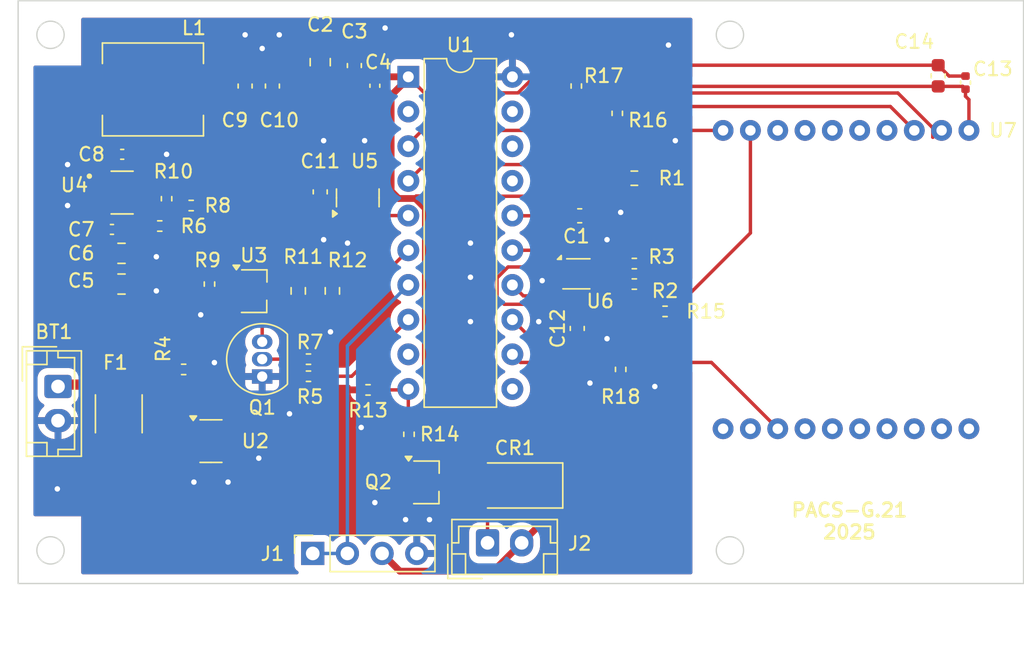
<source format=kicad_pcb>
(kicad_pcb (version 20240108) (generator "pcbnew") (generator_version "8.0")
  (layers (0 "F.Cu" signal) (31 "B.Cu" signal) (34 "B.Paste" user) (35 "F.Paste" user) (36 "B.SilkS" user "B.Silkscreen") (37 "F.SilkS" user "F.Silkscreen") (38 "B.Mask" user) (39 "F.Mask" user) (44 "Edge.Cuts" user))
  (net 0 "")
  (net 1 "GND")
  (net 2 "Net-(U1-~{RST}{slash}NMI{slash}SBWTDIO)")
  (net 3 "+3.3V")
  (net 4 "Net-(U2-VDD)")
  (net 5 "Net-(U4-SW)")
  (net 6 "Net-(U4-VBST)")
  (net 7 "Net-(J2-Pin_1)")
  (net 8 "Net-(BT1-+)")
  (net 9 "Net-(Q1-B)")
  (net 10 "Net-(Q1-C)")
  (net 11 "Net-(Q2-Pad1)")
  (net 12 "/Sensors/SCL")
  (net 13 "/Sensors/SDA")
  (net 14 "Net-(U2-OUT)")
  (net 15 "/Power/VD_ON{slash}OFF")
  (net 16 "Net-(U4-EN)")
  (net 17 "Net-(U4-VFB)")
  (net 18 "Net-(R11-Pad1)")
  (net 19 "/Power/A_Voltage")
  (net 20 "/Actuators/PWM_Pump")
  (net 21 "/Zigbee Module/SLEEP_RQ")
  (net 22 "/Zigbee Module/Rx")
  (net 23 "/Zigbee Module/Tx")
  (net 24 "/Zigbee Module/Sleep_Indicator")
  (net 25 "/Sensors/A_Temp")
  (net 26 "/Sensors/A_Water")
  (footprint "Package_TO_SOT_THT:TO-92_Inline" (layer "F.Cu") (at 161 96.27 90)
    (property "Reference" "Q1" (at -2.27 0 0) (layer "F.SilkS") (effects (font (thickness 0.153))))
    (property "Value" "PN2222A")
    (pad "1" thru_hole rect (at 0 0 90) (size 1.05 1.5) (drill 0.75) (layers "*.Cu" "*.Mask") (net 1 "GND"))
    (pad "2" thru_hole oval (at 1.27 0 90) (size 1.05 1.5) (drill 0.75) (layers "*.Cu" "*.Mask") (net 9 "Net-(Q1-B)"))
    (pad "3" thru_hole oval (at 2.54 0 90) (size 1.05 1.5) (drill 0.75) (layers "*.Cu" "*.Mask") (net 10 "Net-(Q1-C)"))
  )
  (footprint "Capacitor_SMD:C_0402_1005Metric" (layer "F.Cu") (at 150 85.5)
    (property "Reference" "C7" (at -2.25 0 360) (layer "F.SilkS") (effects (font (thickness 0.153))))
    (property "Value" "0.1uF")
    (pad "1" smd roundrect (at -0.48 0) (size 0.56 0.62) (layers "F.Cu" "F.Paste" "F.Mask") (net 4 "Net-(U2-VDD)"))
    (pad "2" smd roundrect (at 0.48 0) (size 0.56 0.62) (layers "F.Cu" "F.Paste" "F.Mask") (net 1 "GND"))
  )
  (footprint "Resistor_SMD:R_0402_1005Metric" (layer "F.Cu") (at 168.75 97.25)
    (property "Reference" "R13" (at 0 1.5 0) (layer "F.SilkS") (effects (font (thickness 0.153))))
    (property "Value" "10k")
    (pad "1" smd roundrect (at -0.51 0) (size 0.54 0.64) (layers "F.Cu" "F.Paste" "F.Mask") (net 1 "GND"))
    (pad "2" smd roundrect (at 0.51 0) (size 0.54 0.64) (layers "F.Cu" "F.Paste" "F.Mask") (net 20 "/Actuators/PWM_Pump"))
  )
  (footprint "Resistor_SMD:R_0402_1005Metric" (layer "F.Cu") (at 190.5 91.5)
    (property "Reference" "R15" (at 3 0 360) (layer "F.SilkS") (effects (font (thickness 0.153))))
    (property "Value" "2.2k")
    (pad "1" smd roundrect (at -0.51 0) (size 0.54 0.64) (layers "F.Cu" "F.Paste" "F.Mask") (net 3 "+3.3V"))
    (pad "2" smd roundrect (at 0.51 0) (size 0.54 0.64) (layers "F.Cu" "F.Paste" "F.Mask") (net 21 "/Zigbee Module/SLEEP_RQ"))
  )
  (footprint "Package_DIP:DIP-20_W7.62mm" (layer "F.Cu") (at 171.7 74.325)
    (property "Reference" "U1" (at 3.81 -2.33 0) (layer "F.SilkS") (effects (font (thickness 0.153))))
    (property "Value" "MSP430G2553IN20")
    (pad "1" thru_hole rect (at 0 0) (size 1.6 1.6) (drill 0.8) (layers "*.Cu" "*.Mask") (net 3 "+3.3V"))
    (pad "2" thru_hole oval (at 0 2.54) (size 1.6 1.6) (drill 0.8) (layers "*.Cu" "*.Mask"))
    (pad "3" thru_hole oval (at 0 5.08) (size 1.6 1.6) (drill 0.8) (layers "*.Cu" "*.Mask") (net 23 "/Zigbee Module/Tx"))
    (pad "4" thru_hole oval (at 0 7.62) (size 1.6 1.6) (drill 0.8) (layers "*.Cu" "*.Mask") (net 22 "/Zigbee Module/Rx"))
    (pad "5" thru_hole oval (at 0 10.16) (size 1.6 1.6) (drill 0.8) (layers "*.Cu" "*.Mask") (net 25 "/Sensors/A_Temp"))
    (pad "6" thru_hole oval (at 0 12.7) (size 1.6 1.6) (drill 0.8) (layers "*.Cu" "*.Mask") (net 19 "/Power/A_Voltage"))
    (pad "7" thru_hole oval (at 0 15.24) (size 1.6 1.6) (drill 0.8) (layers "*.Cu" "*.Mask") (net 26 "/Sensors/A_Water"))
    (pad "8" thru_hole oval (at 0 17.78) (size 1.6 1.6) (drill 0.8) (layers "*.Cu" "*.Mask") (net 15 "/Power/VD_ON{slash}OFF"))
    (pad "9" thru_hole oval (at 0 20.32) (size 1.6 1.6) (drill 0.8) (layers "*.Cu" "*.Mask"))
    (pad "10" thru_hole oval (at 0 22.86) (size 1.6 1.6) (drill 0.8) (layers "*.Cu" "*.Mask") (net 20 "/Actuators/PWM_Pump"))
    (pad "11" thru_hole oval (at 7.62 22.86) (size 1.6 1.6) (drill 0.8) (layers "*.Cu" "*.Mask"))
    (pad "12" thru_hole oval (at 7.62 20.32) (size 1.6 1.6) (drill 0.8) (layers "*.Cu" "*.Mask") (net 24 "/Zigbee Module/Sleep_Indicator"))
    (pad "13" thru_hole oval (at 7.62 17.78) (size 1.6 1.6) (drill 0.8) (layers "*.Cu" "*.Mask") (net 21 "/Zigbee Module/SLEEP_RQ"))
    (pad "14" thru_hole oval (at 7.62 15.24) (size 1.6 1.6) (drill 0.8) (layers "*.Cu" "*.Mask") (net 12 "/Sensors/SCL"))
    (pad "15" thru_hole oval (at 7.62 12.7) (size 1.6 1.6) (drill 0.8) (layers "*.Cu" "*.Mask") (net 13 "/Sensors/SDA"))
    (pad "16" thru_hole oval (at 7.62 10.16) (size 1.6 1.6) (drill 0.8) (layers "*.Cu" "*.Mask") (net 2 "Net-(U1-~{RST}{slash}NMI{slash}SBWTDIO)"))
    (pad "17" thru_hole oval (at 7.62 7.62) (size 1.6 1.6) (drill 0.8) (layers "*.Cu" "*.Mask"))
    (pad "18" thru_hole oval (at 7.62 5.08) (size 1.6 1.6) (drill 0.8) (layers "*.Cu" "*.Mask"))
    (pad "19" thru_hole oval (at 7.62 2.54) (size 1.6 1.6) (drill 0.8) (layers "*.Cu" "*.Mask"))
    (pad "20" thru_hole oval (at 7.62 0) (size 1.6 1.6) (drill 0.8) (layers "*.Cu" "*.Mask") (net 1 "GND"))
  )
  (footprint "Resistor_SMD:R_0603_1608Metric" (layer "F.Cu") (at 188.25 81.75 180)
    (property "Reference" "R1" (at -2.75 0 0) (layer "F.SilkS") (effects (font (thickness 0.153))))
    (property "Value" "47k")
    (pad "1" smd roundrect (at -0.825 0 180) (size 0.8 0.95) (layers "F.Cu" "F.Paste" "F.Mask") (net 3 "+3.3V"))
    (pad "2" smd roundrect (at 0.825 0 180) (size 0.8 0.95) (layers "F.Cu" "F.Paste" "F.Mask") (net 2 "Net-(U1-~{RST}{slash}NMI{slash}SBWTDIO)"))
  )
  (footprint "Package_TO_SOT_SMD:SOT-23" (layer "F.Cu") (at 168 83.1875 90)
    (property "Reference" "U5" (at 2.6875 0.5 180) (layer "F.SilkS") (effects (font (thickness 0.153))))
    (property "Value" "MCP9700Ax-ETT")
    (pad "1" smd roundrect (at -0.9375 -0.95 90) (size 1.475 0.6) (layers "F.Cu" "F.Paste" "F.Mask") (net 3 "+3.3V"))
    (pad "2" smd roundrect (at -0.9375 0.95 90) (size 1.475 0.6) (layers "F.Cu" "F.Paste" "F.Mask") (net 25 "/Sensors/A_Temp"))
    (pad "3" smd roundrect (at 0.9375 0 90) (size 1.475 0.6) (layers "F.Cu" "F.Paste" "F.Mask") (net 1 "GND"))
  )
  (footprint "Resistor_SMD:R_0402_1005Metric" (layer "F.Cu") (at 171.75 100.5 -90)
    (property "Reference" "R14" (at 0 -2.25 180) (layer "F.SilkS") (effects (font (thickness 0.153))))
    (property "Value" "1k")
    (pad "1" smd roundrect (at -0.51 0 270) (size 0.54 0.64) (layers "F.Cu" "F.Paste" "F.Mask") (net 20 "/Actuators/PWM_Pump"))
    (pad "2" smd roundrect (at 0.51 0 270) (size 0.54 0.64) (layers "F.Cu" "F.Paste" "F.Mask") (net 11 "Net-(Q2-Pad1)"))
  )
  (footprint "Capacitor_SMD:C_0603_1608Metric" (layer "F.Cu") (at 167.75 73.5 90)
    (property "Reference" "C3" (at 2.5 0 360) (layer "F.SilkS") (effects (font (thickness 0.153))))
    (property "Value" "1uF")
    (pad "1" smd roundrect (at -0.775 0 90) (size 0.9 0.95) (layers "F.Cu" "F.Paste" "F.Mask") (net 3 "+3.3V"))
    (pad "2" smd roundrect (at 0.775 0 90) (size 0.9 0.95) (layers "F.Cu" "F.Paste" "F.Mask") (net 1 "GND"))
  )
  (footprint "OptoDevice:Lite-On_LTR-303ALS-01" (layer "F.Cu") (at 184 88.75)
    (property "Reference" "U6" (at 1.75 2 360) (layer "F.SilkS") (effects (font (thickness 0.153))))
    (property "Value" "LTR-303ALS-01")
    (pad "1" smd roundrect (at -0.9 -0.65) (size 0.65 0.3) (layers "F.Cu" "F.Paste" "F.Mask") (net 3 "+3.3V"))
    (pad "2" smd roundrect (at -0.9 0) (size 0.65 0.3) (layers "F.Cu" "F.Paste" "F.Mask"))
    (pad "3" smd roundrect (at -0.9 0.65) (size 0.65 0.3) (layers "F.Cu" "F.Paste" "F.Mask") (net 1 "GND"))
    (pad "4" smd roundrect (at 0.9 0.65) (size 0.65 0.3) (layers "F.Cu" "F.Paste" "F.Mask") (net 12 "/Sensors/SCL"))
    (pad "5" smd roundrect (at 0.9 0) (size 0.65 0.3) (layers "F.Cu" "F.Paste" "F.Mask") (net 1 "GND"))
    (pad "6" smd roundrect (at 0.9 -0.65) (size 0.65 0.3) (layers "F.Cu" "F.Paste" "F.Mask") (net 13 "/Sensors/SDA"))
  )
  (footprint "Resistor_SMD:R_0402_1005Metric" (layer "F.Cu") (at 153.5 85.25 180)
    (property "Reference" "R6" (at -2.5 0 360) (layer "F.SilkS") (effects (font (thickness 0.153))))
    (property "Value" "10k")
    (pad "1" smd roundrect (at -0.51 0 180) (size 0.54 0.64) (layers "F.Cu" "F.Paste" "F.Mask") (net 14 "Net-(U2-OUT)"))
    (pad "2" smd roundrect (at 0.51 0 180) (size 0.54 0.64) (layers "F.Cu" "F.Paste" "F.Mask") (net 16 "Net-(U4-EN)"))
  )
  (footprint "Capacitor_SMD:C_0805_2012Metric" (layer "F.Cu") (at 150.7 87.25)
    (property "Reference" "C6" (at -2.95 0 360) (layer "F.SilkS") (effects (font (thickness 0.153))))
    (property "Value" "10uF")
    (pad "1" smd roundrect (at -0.95 0) (size 1 1.45) (layers "F.Cu" "F.Paste" "F.Mask") (net 4 "Net-(U2-VDD)"))
    (pad "2" smd roundrect (at 0.95 0) (size 1 1.45) (layers "F.Cu" "F.Paste" "F.Mask") (net 1 "GND"))
  )
  (footprint "Connector_PinSocket_2.54mm:PinSocket_1x04_P2.54mm_Vertical" (layer "F.Cu") (at 164.7 109.225 90)
    (property "Reference" "J1" (at -0.025 -2.95 180) (layer "F.SilkS") (effects (font (thickness 0.153))))
    (property "Value" "Conn_01x04_Socket")
    (pad "1" thru_hole rect (at 0 0 90) (size 1.7 1.7) (drill 1) (layers "*.Cu" "*.Mask") (net 26 "/Sensors/A_Water"))
    (pad "2" thru_hole oval (at 0 2.54 90) (size 1.7 1.7) (drill 1) (layers "*.Cu" "*.Mask") (net 26 "/Sensors/A_Water"))
    (pad "3" thru_hole oval (at 0 5.08 90) (size 1.7 1.7) (drill 1) (layers "*.Cu" "*.Mask") (net 3 "+3.3V"))
    (pad "4" thru_hole oval (at 0 7.62 90) (size 1.7 1.7) (drill 1) (layers "*.Cu" "*.Mask") (net 1 "GND"))
  )
  (footprint "Resistor_SMD:R_0402_1005Metric" (layer "F.Cu") (at 184 75 -90)
    (property "Reference" "R17" (at -0.75 -2 180) (layer "F.SilkS") (effects (font (thickness 0.153))))
    (property "Value" "2.2k")
    (pad "1" smd roundrect (at -0.51 0 270) (size 0.54 0.64) (layers "F.Cu" "F.Paste" "F.Mask") (net 3 "+3.3V"))
    (pad "2" smd roundrect (at 0.51 0 270) (size 0.54 0.64) (layers "F.Cu" "F.Paste" "F.Mask") (net 23 "/Zigbee Module/Tx"))
  )
  (footprint "Capacitor_SMD:C_0603_1608Metric" (layer "F.Cu") (at 184.25 84.5)
    (property "Reference" "C1" (at -0.25 1.5 0) (layer "F.SilkS") (effects (font (thickness 0.153))))
    (property "Value" "1uF")
    (pad "1" smd roundrect (at -0.775 0) (size 0.9 0.95) (layers "F.Cu" "F.Paste" "F.Mask") (net 2 "Net-(U1-~{RST}{slash}NMI{slash}SBWTDIO)"))
    (pad "2" smd roundrect (at 0.775 0) (size 0.9 0.95) (layers "F.Cu" "F.Paste" "F.Mask") (net 1 "GND"))
  )
  (footprint "Capacitor_SMD:C_0603_1608Metric" (layer "F.Cu") (at 165.25 82.75 -90)
    (property "Reference" "C11" (at -2.25 0 180) (layer "F.SilkS") (effects (font (thickness 0.153))))
    (property "Value" "1uF")
    (pad "1" smd roundrect (at -0.775 0 270) (size 0.9 0.95) (layers "F.Cu" "F.Paste" "F.Mask") (net 1 "GND"))
    (pad "2" smd roundrect (at 0.775 0 270) (size 0.9 0.95) (layers "F.Cu" "F.Paste" "F.Mask") (net 3 "+3.3V"))
  )
  (footprint "Resistor_SMD:R_0402_1005Metric" (layer "F.Cu") (at 155.25 95.75 180)
    (property "Reference" "R4" (at 1.5 1.5 90) (layer "F.SilkS") (effects (font (thickness 0.153))))
    (property "Value" "100k")
    (pad "1" smd roundrect (at -0.51 0 180) (size 0.54 0.64) (layers "F.Cu" "F.Paste" "F.Mask") (net 4 "Net-(U2-VDD)"))
    (pad "2" smd roundrect (at 0.51 0 180) (size 0.54 0.64) (layers "F.Cu" "F.Paste" "F.Mask") (net 14 "Net-(U2-OUT)"))
  )
  (footprint "Connector_JST:JST_EH_B2B-EH-A_1x02_P2.50mm_Vertical" (layer "F.Cu") (at 146.05 97 -90)
    (property "Reference" "BT1" (at -4 0.3 360) (layer "F.SilkS") (effects (font (thickness 0.153))))
    (property "Value" "6V")
    (pad "1" thru_hole roundrect (at 0 0 270) (size 1.7 2) (drill 1) (layers "*.Cu" "*.Mask") (roundrect_rratio 0.147059) (net 8 "Net-(BT1-+)"))
    (pad "2" thru_hole oval (at 2.5 0 270) (size 1.7 2) (drill 1) (layers "*.Cu" "*.Mask") (net 1 "GND"))
  )
  (footprint "Package_TO_SOT_SMD:TSOT-23" (layer "F.Cu") (at 160.39 90)
    (property "Reference" "U3" (at 0 -2.6 360) (layer "F.SilkS") (effects (font (thickness 0.153))))
    (property "Value" "BSS84PH6327XTSA2")
    (pad "1" smd roundrect (at -1.31 -0.95) (size 1.22 0.65) (layers "F.Cu" "F.Paste" "F.Mask") (net 10 "Net-(Q1-C)"))
    (pad "2" smd roundrect (at -1.31 0.95) (size 1.22 0.65) (layers "F.Cu" "F.Paste" "F.Mask") (net 4 "Net-(U2-VDD)"))
    (pad "3" smd roundrect (at 1.31 0) (size 1.22 0.65) (layers "F.Cu" "F.Paste" "F.Mask") (net 18 "Net-(R11-Pad1)"))
  )
  (footprint "Capacitor_SMD:C_0402_1005Metric" (layer "F.Cu") (at 150.75 80 180)
    (property "Reference" "C8" (at 2.25 0 180) (layer "F.SilkS") (effects (font (thickness 0.153))))
    (property "Value" "0.1uF")
    (pad "1" smd roundrect (at -0.48 0 180) (size 0.56 0.62) (layers "F.Cu" "F.Paste" "F.Mask") (net 6 "Net-(U4-VBST)"))
    (pad "2" smd roundrect (at 0.48 0 180) (size 0.56 0.62) (layers "F.Cu" "F.Paste" "F.Mask") (net 5 "Net-(U4-SW)"))
  )
  (footprint "Capacitor_SMD:C_0603_1608Metric" (layer "F.Cu") (at 184.07 92.75 90)
    (property "Reference" "C12" (at 0 -1.43 90) (layer "F.SilkS") (effects (font (thickness 0.153))))
    (property "Value" "1uF")
    (pad "1" smd roundrect (at -0.775 0 90) (size 0.9 0.95) (layers "F.Cu" "F.Paste" "F.Mask") (net 1 "GND"))
    (pad "2" smd roundrect (at 0.775 0 90) (size 0.9 0.95) (layers "F.Cu" "F.Paste" "F.Mask") (net 3 "+3.3V"))
  )
  (footprint "Resistor_SMD:R_0402_1005Metric" (layer "F.Cu") (at 187.25 95.75 -90)
    (property "Reference" "R18" (at 2 0 180) (layer "F.SilkS") (effects (font (thickness 0.153))))
    (property "Value" "2.2k")
    (pad "1" smd roundrect (at -0.51 0 270) (size 0.54 0.64) (layers "F.Cu" "F.Paste" "F.Mask") (net 24 "/Zigbee Module/Sleep_Indicator"))
    (pad "2" smd roundrect (at 0.51 0 270) (size 0.54 0.64) (layers "F.Cu" "F.Paste" "F.Mask") (net 1 "GND"))
  )
  (footprint "Capacitor_SMD:C_0603_1608Metric" (layer "F.Cu") (at 161.75 75 -90)
    (property "Reference" "C10" (at 2.5 -0.5 360) (layer "F.SilkS") (effects (font (thickness 0.153))))
    (property "Value" "22uF")
    (pad "1" smd roundrect (at -0.775 0 270) (size 0.9 0.95) (layers "F.Cu" "F.Paste" "F.Mask") (net 3 "+3.3V"))
    (pad "2" smd roundrect (at 0.775 0 270) (size 0.9 0.95) (layers "F.Cu" "F.Paste" "F.Mask") (net 1 "GND"))
  )
  (footprint "Diode_SMD:D_SMA" (layer "F.Cu") (at 179.5 104.25 180)
    (property "Reference" "CR1" (at 0 2.75 0) (layer "F.SilkS") (effects (font (thickness 0.153))))
    (property "Value" "GS1M-LTP")
    (pad "1" smd roundrect (at -2 0 180) (size 2.5 1.8) (layers "F.Cu" "F.Paste" "F.Mask") (roundrect_rratio 0.1388888889) (net 3 "+3.3V"))
    (pad "2" smd roundrect (at 2 0 180) (size 2.5 1.8) (layers "F.Cu" "F.Paste" "F.Mask") (roundrect_rratio 0.1388888889) (net 7 "Net-(J2-Pin_1)"))
  )
  (footprint "TPS562201DDCR:SOT95P280X110-6N" (layer "F.Cu") (at 150.745 82.8)
    (property "Reference" "U4" (at -3.495 -0.55 180) (layer "F.SilkS") (effects (font (thickness 0.153))))
    (property "Value" "TPS562201DDCR")
    (pad "1" smd roundrect (at -1.255 -0.95) (size 1.25 0.59) (layers "F.Cu" "F.Paste" "F.Mask") (roundrect_rratio 0.125) (net 1 "GND"))
    (pad "2" smd roundrect (at -1.255 0) (size 1.25 0.59) (layers "F.Cu" "F.Paste" "F.Mask") (roundrect_rratio 0.125) (net 5 "Net-(U4-SW)"))
    (pad "3" smd roundrect (at -1.255 0.95) (size 1.25 0.59) (layers "F.Cu" "F.Paste" "F.Mask") (roundrect_rratio 0.125) (net 4 "Net-(U2-VDD)"))
    (pad "4" smd roundrect (at 1.255 0.95) (size 1.25 0.59) (layers "F.Cu" "F.Paste" "F.Mask") (roundrect_rratio 0.125) (net 17 "Net-(U4-VFB)"))
    (pad "5" smd roundrect (at 1.255 0) (size 1.25 0.59) (layers "F.Cu" "F.Paste" "F.Mask") (roundrect_rratio 0.125) (net 16 "Net-(U4-EN)"))
    (pad "6" smd roundrect (at 1.255 -0.95) (size 1.25 0.59) (layers "F.Cu" "F.Paste" "F.Mask") (roundrect_rratio 0.125) (net 6 "Net-(U4-VBST)"))
  )
  (footprint "Capacitor_SMD:C_0603_1608Metric" (layer "F.Cu") (at 210.5 74.25 90)
    (property "Reference" "C14" (at 2.5 -1.75 180) (layer "F.SilkS") (effects (font (thickness 0.153))))
    (property "Value" "1uF")
    (pad "1" smd roundrect (at -0.775 0 90) (size 0.9 0.95) (layers "F.Cu" "F.Paste" "F.Mask") (net 3 "+3.3V"))
    (pad "2" smd roundrect (at 0.775 0 90) (size 0.9 0.95) (layers "F.Cu" "F.Paste" "F.Mask") (net 1 "GND"))
  )
  (footprint "Fuse:Fuse_1812_4532Metric" (layer "F.Cu") (at 150.5 99 -90)
    (property "Reference" "F1" (at -3.75 0.25 360) (layer "F.SilkS") (effects (font (thickness 0.153))))
    (property "Value" "0ZCG0050AF2C")
    (pad "1" smd roundrect (at -2.1375 0 270) (size 1.125 3.4) (layers "F.Cu" "F.Paste" "F.Mask") (roundrect_rratio 0.222222) (net 8 "Net-(BT1-+)"))
    (pad "2" smd roundrect (at 2.1375 0 270) (size 1.125 3.4) (layers "F.Cu" "F.Paste" "F.Mask") (roundrect_rratio 0.222222) (net 4 "Net-(U2-VDD)"))
  )
  (footprint "Capacitor_SMD:C_0603_1608Metric" (layer "F.Cu") (at 159.75 75 -90)
    (property "Reference" "C9" (at 2.5 0.75 360) (layer "F.SilkS") (effects (font (thickness 0.153))))
    (property "Value" "22uF")
    (pad "1" smd roundrect (at -0.775 0 270) (size 0.9 0.95) (layers "F.Cu" "F.Paste" "F.Mask") (net 3 "+3.3V"))
    (pad "2" smd roundrect (at 0.775 0 270) (size 0.9 0.95) (layers "F.Cu" "F.Paste" "F.Mask") (net 1 "GND"))
  )
  (footprint "Resistor_SMD:R_0402_1005Metric" (layer "F.Cu") (at 188.25 89.5 180)
    (property "Reference" "R2" (at -2.25 -0.5 0) (layer "F.SilkS") (effects (font (thickness 0.153))))
    (property "Value" "4.7k")
    (pad "1" smd roundrect (at -0.51 0 180) (size 0.54 0.64) (layers "F.Cu" "F.Paste" "F.Mask") (net 3 "+3.3V"))
    (pad "2" smd roundrect (at 0.51 0 180) (size 0.54 0.64) (layers "F.Cu" "F.Paste" "F.Mask") (net 12 "/Sensors/SCL"))
  )
  (footprint "Resistor_SMD:R_0603_1608Metric" (layer "F.Cu") (at 166.14 90 90)
    (property "Reference" "R12" (at 2.25 1.11 180) (layer "F.SilkS") (effects (font (thickness 0.153))))
    (property "Value" "5.76k")
    (pad "1" smd roundrect (at -0.825 0 90) (size 0.8 0.95) (layers "F.Cu" "F.Paste" "F.Mask") (net 19 "/Power/A_Voltage"))
    (pad "2" smd roundrect (at 0.825 0 90) (size 0.8 0.95) (layers "F.Cu" "F.Paste" "F.Mask") (net 1 "GND"))
  )
  (footprint "Resistor_SMD:R_0402_1005Metric" (layer "F.Cu") (at 157.14 89.5 90)
    (property "Reference" "R9" (at 1.75 -0.14 180) (layer "F.SilkS") (effects (font (thickness 0.153))))
    (property "Value" "10k")
    (pad "1" smd roundrect (at -0.51 0 90) (size 0.54 0.64) (layers "F.Cu" "F.Paste" "F.Mask") (net 4 "Net-(U2-VDD)"))
    (pad "2" smd roundrect (at 0.51 0 90) (size 0.54 0.64) (layers "F.Cu" "F.Paste" "F.Mask") (net 10 "Net-(Q1-C)"))
  )
  (footprint "Capacitor_SMD:C_0805_2012Metric" (layer "F.Cu") (at 150.7 89.5)
    (property "Reference" "C5" (at -2.95 -0.25 360) (layer "F.SilkS") (effects (font (thickness 0.153))))
    (property "Value" "10uF")
    (pad "1" smd roundrect (at -0.95 0) (size 1 1.45) (layers "F.Cu" "F.Paste" "F.Mask") (net 4 "Net-(U2-VDD)"))
    (pad "2" smd roundrect (at 0.95 0) (size 1 1.45) (layers "F.Cu" "F.Paste" "F.Mask") (net 1 "GND"))
  )
  (footprint "Capacitor_SMD:C_0402_1005Metric" (layer "F.Cu") (at 169.25 74.98 -90)
    (property "Reference" "C4" (at -1.73 -0.25 360) (layer "F.SilkS") (effects (font (thickness 0.153))))
    (property "Value" "0.1uF")
    (pad "1" smd roundrect (at -0.48 0 270) (size 0.56 0.62) (layers "F.Cu" "F.Paste" "F.Mask") (net 3 "+3.3V"))
    (pad "2" smd roundrect (at 0.48 0 270) (size 0.56 0.62) (layers "F.Cu" "F.Paste" "F.Mask") (net 1 "GND"))
  )
  (footprint "Resistor_SMD:R_0603_1608Metric" (layer "F.Cu") (at 163.64 90 90)
    (property "Reference" "R11" (at 2.5 0.36 180) (layer "F.SilkS") (effects (font (thickness 0.153))))
    (property "Value" "5.49k")
    (pad "1" smd roundrect (at -0.825 0 90) (size 0.8 0.95) (layers "F.Cu" "F.Paste" "F.Mask") (net 18 "Net-(R11-Pad1)"))
    (pad "2" smd roundrect (at 0.825 0 90) (size 0.8 0.95) (layers "F.Cu" "F.Paste" "F.Mask") (net 19 "/Power/A_Voltage"))
  )
  (footprint "Capacitor_SMD:C_0402_1005Metric" (layer "F.Cu") (at 212.5 74.75 90)
    (property "Reference" "C13" (at 1 2 180) (layer "F.SilkS") (effects (font (thickness 0.153))))
    (property "Value" "8.2pF")
    (pad "1" smd roundrect (at -0.48 0 90) (size 0.56 0.62) (layers "F.Cu" "F.Paste" "F.Mask") (net 3 "+3.3V"))
    (pad "2" smd roundrect (at 0.48 0 90) (size 0.56 0.62) (layers "F.Cu" "F.Paste" "F.Mask") (net 1 "GND"))
  )
  (footprint "Resistor_SMD:R_0402_1005Metric" (layer "F.Cu") (at 164.39 95)
    (property "Reference" "R7" (at 0.11 -1.25 180) (layer "F.SilkS") (effects (font (thickness 0.153))))
    (property "Value" "100k")
    (pad "1" smd roundrect (at -0.51 0) (size 0.54 0.64) (layers "F.Cu" "F.Paste" "F.Mask") (net 9 "Net-(Q1-B)"))
    (pad "2" smd roundrect (at 0.51 0) (size 0.54 0.64) (layers "F.Cu" "F.Paste" "F.Mask") (net 1 "GND"))
  )
  (footprint "Resistor_SMD:R_0402_1005Metric" (layer "F.Cu") (at 164.39 96.25 180)
    (property "Reference" "R5" (at -0.11 -1.5 0) (layer "F.SilkS") (effects (font (thickness 0.153))))
    (property "Value" "4.7k")
    (pad "1" smd roundrect (at -0.51 0 180) (size 0.54 0.64) (layers "F.Cu" "F.Paste" "F.Mask") (net 15 "/Power/VD_ON{slash}OFF"))
    (pad "2" smd roundrect (at 0.51 0 180) (size 0.54 0.64) (layers "F.Cu" "F.Paste" "F.Mask") (net 9 "Net-(Q1-B)"))
  )
  (footprint "Resistor_SMD:R_0402_1005Metric" (layer "F.Cu") (at 188.25 88 180)
    (property "Reference" "R3" (at -2 0.5 0) (layer "F.SilkS") (effects (font (thickness 0.153))))
    (property "Value" "4.7k")
    (pad "1" smd roundrect (at -0.51 0 180) (size 0.54 0.64) (layers "F.Cu" "F.Paste" "F.Mask") (net 3 "+3.3V"))
    (pad "2" smd roundrect (at 0.51 0 180) (size 0.54 0.64) (layers "F.Cu" "F.Paste" "F.Mask") (net 13 "/Sensors/SDA"))
  )
  (footprint "Connector_JST:JST_EH_B2B-EH-A_1x02_P2.50mm_Vertical" (layer "F.Cu") (at 177.5 108.45)
    (property "Reference" "J2" (at 6.75 0.05 0) (layer "F.SilkS") (effects (font (thickness 0.153))))
    (property "Value" "Conn_01x02_Pin")
    (pad "1" thru_hole roundrect (at 0 0) (size 1.7 2) (drill 1) (layers "*.Cu" "*.Mask") (roundrect_rratio 0.147059) (net 7 "Net-(J2-Pin_1)"))
    (pad "2" thru_hole oval (at 2.5 0) (size 1.7 2) (drill 1) (layers "*.Cu" "*.Mask") (net 3 "+3.3V"))
  )
  (footprint "Package_TO_SOT_SMD:TSOT-23" (layer "F.Cu") (at 173 104)
    (property "Reference" "Q2" (at -3.5 0 0) (layer "F.SilkS") (effects (font (thickness 0.153))))
    (property "Value" "~")
    (pad "1" smd roundrect (at -1.31 -0.95) (size 1.22 0.65) (layers "F.Cu" "F.Paste" "F.Mask") (net 11 "Net-(Q2-Pad1)"))
    (pad "2" smd roundrect (at -1.31 0.95) (size 1.22 0.65) (layers "F.Cu" "F.Paste" "F.Mask") (net 1 "GND"))
    (pad "3" smd roundrect (at 1.31 0) (size 1.22 0.65) (layers "F.Cu" "F.Paste" "F.Mask") (net 7 "Net-(J2-Pin_1)"))
  )
  (footprint "Capacitor_SMD:C_0805_2012Metric" (layer "F.Cu") (at 165.25 73.25 90)
    (property "Reference" "C2" (at 2.75 0 360) (layer "F.SilkS") (effects (font (thickness 0.153))))
    (property "Value" "10uF")
    (pad "1" smd roundrect (at -0.95 0 90) (size 1 1.45) (layers "F.Cu" "F.Paste" "F.Mask") (net 3 "+3.3V"))
    (pad "2" smd roundrect (at 0.95 0 90) (size 1 1.45) (layers "F.Cu" "F.Paste" "F.Mask") (net 1 "GND"))
  )
  (footprint "Inductor_SMD:L_Abracon_ASPI-0630LR" (layer "F.Cu") (at 153 75.25)
    (property "Reference" "L1" (at 3 -4.5 0) (layer "F.SilkS") (effects (font (thickness 0.153))))
    (property "Value" "3.3uH")
    (pad "1" smd roundrect (at -3.025 0) (size 2.35 3.4) (layers "F.Cu" "F.Paste" "F.Mask") (roundrect_rratio 0.1) (net 5 "Net-(U4-SW)"))
    (pad "2" smd roundrect (at 3.025 0) (size 2.35 3.4) (layers "F.Cu" "F.Paste" "F.Mask") (roundrect_rratio 0.1) (net 3 "+3.3V"))
  )
  (footprint "Resistor_SMD:R_0402_1005Metric" (layer "F.Cu") (at 155.8 83.75)
    (property "Reference" "R8" (at 1.95 0 360) (layer "F.SilkS") (effects (font (thickness 0.153))))
    (property "Value" "33.2k")
    (pad "1" smd roundrect (at -0.51 0) (size 0.54 0.64) (layers "F.Cu" "F.Paste" "F.Mask") (net 17 "Net-(U4-VFB)"))
    (pad "2" smd roundrect (at 0.51 0) (size 0.54 0.64) (layers "F.Cu" "F.Paste" "F.Mask") (net 3 "+3.3V"))
  )
  (footprint "RF_Module:XB24CZ7WIT-004" (layer "F.Cu") (at 203.734 69.106 -90)
    (property "Reference" "U7" (at 9.144 -11.516 0) (layer "F.SilkS") (effects (font (thickness 0.153))))
    (property "Value" "XB24CZ7WIT-004")
    (pad "1" thru_hole circle (at 9.144 -9.016 270) (size 1.524 1.524) (drill 0.762) (layers "*.Cu" "*.Mask") (net 3 "+3.3V"))
    (pad "2" thru_hole circle (at 9.144 -7.016 270) (size 1.524 1.524) (drill 0.762) (layers "*.Cu" "*.Mask") (net 23 "/Zigbee Module/Tx"))
    (pad "3" thru_hole circle (at 9.144 -5.016 270) (size 1.524 1.524) (drill 0.762) (layers "*.Cu" "*.Mask") (net 22 "/Zigbee Module/Rx"))
    (pad "4" thru_hole circle (at 9.144 -3.016 270) (size 1.524 1.524) (drill 0.762) (layers "*.Cu" "*.Mask"))
    (pad "5" thru_hole circle (at 9.144 -1.016 270) (size 1.524 1.524) (drill 0.762) (layers "*.Cu" "*.Mask"))
    (pad "6" thru_hole circle (at 9.144 0.984 270) (size 1.524 1.524) (drill 0.762) (layers "*.Cu" "*.Mask"))
    (pad "7" thru_hole circle (at 9.144 2.984 270) (size 1.524 1.524) (drill 0.762) (layers "*.Cu" "*.Mask"))
    (pad "8" thru_hole circle (at 9.144 4.984 270) (size 1.524 1.524) (drill 0.762) (layers "*.Cu" "*.Mask"))
    (pad "9" thru_hole circle (at 9.144 6.984 270) (size 1.524 1.524) (drill 0.762) (layers "*.Cu" "*.Mask") (net 21 "/Zigbee Module/SLEEP_RQ"))
    (pad "10" thru_hole circle (at 9.144 8.984 270) (size 1.524 1.524) (drill 0.762) (layers "*.Cu" "*.Mask") (net 1 "GND"))
    (pad "11" thru_hole circle (at 30.988 8.984 270) (size 1.524 1.524) (drill 0.762) (layers "*.Cu" "*.Mask"))
    (pad "12" thru_hole circle (at 30.988 6.984 270) (size 1.524 1.524) (drill 0.762) (layers "*.Cu" "*.Mask"))
    (pad "13" thru_hole circle (at 30.988 4.984 270) (size 1.524 1.524) (drill 0.762) (layers "*.Cu" "*.Mask") (net 24 "/Zigbee Module/Sleep_Indicator"))
    (pad "14" thru_hole circle (at 30.988 2.984 270) (size 1.524 1.524) (drill 0.762) (layers "*.Cu" "*.Mask"))
    (pad "15" thru_hole circle (at 30.988 0.984 270) (size 1.524 1.524) (drill 0.762) (layers "*.Cu" "*.Mask"))
    (pad "16" thru_hole circle (at 30.988 -1.016 270) (size 1.524 1.524) (drill 0.762) (layers "*.Cu" "*.Mask"))
    (pad "17" thru_hole circle (at 30.988 -3.016 270) (size 1.524 1.524) (drill 0.762) (layers "*.Cu" "*.Mask"))
    (pad "18" thru_hole circle (at 30.988 -5.016 270) (size 1.524 1.524) (drill 0.762) (layers "*.Cu" "*.Mask"))
    (pad "19" thru_hole circle (at 30.988 -7.016 270) (size 1.524 1.524) (drill 0.762) (layers "*.Cu" "*.Mask"))
    (pad "20" thru_hole circle (at 30.988 -9.016 270) (size 1.524 1.524) (drill 0.762) (layers "*.Cu" "*.Mask"))
  )
  (footprint "Resistor_SMD:R_0402_1005Metric" (layer "F.Cu") (at 187 77 90)
    (property "Reference" "R16" (at -0.5 2.25 360) (layer "F.SilkS") (effects (font (thickness 0.153))))
    (property "Value" "2.2k")
    (pad "1" smd roundrect (at -0.51 0 90) (size 0.54 0.64) (layers "F.Cu" "F.Paste" "F.Mask") (net 3 "+3.3V"))
    (pad "2" smd roundrect (at 0.51 0 90) (size 0.54 0.64) (layers "F.Cu" "F.Paste" "F.Mask") (net 22 "/Zigbee Module/Rx"))
  )
  (footprint "Package_TO_SOT_SMD:SOT-23-5" (layer "F.Cu") (at 157.25 101)
    (property "Reference" "U2" (at 3.25 0 360) (layer "F.SilkS") (effects (font (thickness 0.153))))
    (property "Value" "S-80855CNMC-B9GT2U")
    (pad "1" smd roundrect (at -1.1375 -0.95) (size 1.325 0.6) (layers "F.Cu" "F.Paste" "F.Mask") (net 14 "Net-(U2-OUT)"))
    (pad "2" smd roundrect (at -1.1375 0) (size 1.325 0.6) (layers "F.Cu" "F.Paste" "F.Mask") (net 4 "Net-(U2-VDD)"))
    (pad "3" smd roundrect (at -1.1375 0.95) (size 1.325 0.6) (layers "F.Cu" "F.Paste" "F.Mask") (net 1 "GND"))
    (pad "4" smd roundrect (at 1.1375 0.95) (size 1.325 0.6) (layers "F.Cu" "F.Paste" "F.Mask") (net 1 "GND"))
    (pad "5" smd roundrect (at 1.1375 -0.95) (size 1.325 0.6) (layers "F.Cu" "F.Paste" "F.Mask") (net 1 "GND"))
  )
  (footprint "Resistor_SMD:R_0402_1005Metric" (layer "F.Cu") (at 154 83.25 90)
    (property "Reference" "R10" (at 2 0.5 0) (layer "F.SilkS") (effects (font (thickness 0.153))))
    (property "Value" "10k")
    (pad "1" smd roundrect (at -0.51 0 90) (size 0.54 0.64) (layers "F.Cu" "F.Paste" "F.Mask") (net 17 "Net-(U4-VFB)"))
    (pad "2" smd roundrect (at 0.51 0 90) (size 0.54 0.64) (layers "F.Cu" "F.Paste" "F.Mask") (net 1 "GND"))
  )
  (gr_poly (pts (xy 169.75 77.5) (xy 170.5 78.25) (xy 170.5 76.75)) (stroke (width 0.2)) (fill solid) (layer "F.Cu") (net 3))
  (gr_poly (pts (xy 172.25 83) (xy 173.75 83) (xy 173 83.75)) (stroke (width 0.15)) (fill solid) (layer "F.Cu") (net 3))
  (gr_circle (center 195.25 71.25) (end 195.25 70.25) (stroke (width 0.1)) (fill none) (layer "Edge.Cuts"))
  (gr_circle (center 145.5 71.25) (end 145.5 70.25) (stroke (width 0.1)) (fill none) (layer "Edge.Cuts"))
  (gr_circle (center 145.5 109) (end 145.5 108) (stroke (width 0.1)) (fill none) (layer "Edge.Cuts"))
  (gr_circle (center 195.25 109) (end 195.25 108) (stroke (width 0.1)) (fill none) (layer "Edge.Cuts"))
  (gr_rect (start 143.128501 68.75) (end 216.75 111.42812) (stroke (width 0.1)) (fill none) (layer "Edge.Cuts"))
  (gr_text "PACS-G.21\n2025" (at 204 108.25 0) (layer "F.SilkS") (effects (font (size 1 1) (thickness 0.2) (bold yes)) (justify bottom)))
  (segment (start 183.1 89.4) (end 181.65 89.4) (width 0.25) (layer "F.Cu") (net 1))
  (segment (start 184.074999 88.75) (end 184.9 88.75) (width 0.25) (layer "F.Cu") (net 1))
  (segment (start 158.3875 101.95) (end 156.1125 101.95) (width 0.25) (layer "F.Cu") (net 1))
  (segment (start 194.75 78.25) (end 192 78.25) (width 0.25) (layer "F.Cu") (net 1))
  (segment (start 212.5 74.27) (end 211.295 74.27) (width 0.25) (layer "F.Cu") (net 1))
  (segment (start 211.295 74.27) (end 210.5 73.475) (width 0.25) (layer "F.Cu") (net 1))
  (segment (start 150.48 86.08) (end 151.65 87.25) (width 0.25) (layer "F.Cu") (net 1))
  (segment (start 210.5 73.475) (end 192.225 73.475) (width 0.25) (layer "F.Cu") (net 1))
  (segment (start 181.65 89.4) (end 181.5 89.25) (width 0.25) (layer "F.Cu") (net 1))
  (segment (start 192 78.25) (end 191.25 79) (width 0.25) (layer "F.Cu") (net 1))
  (segment (start 192.225 73.475) (end 190.75 72) (width 0.25) (layer "F.Cu") (net 1))
  (segment (start 158.3875 100.05) (end 158.3875 101.95) (width 0.25) (layer "F.Cu") (net 1))
  (segment (start 183.424999 89.4) (end 184.074999 88.75) (width 0.25) (layer "F.Cu") (net 1))
  (segment (start 183.1 89.4) (end 183.424999 89.4) (width 0.25) (layer "F.Cu") (net 1))
  (segment (start 150.48 85.5) (end 150.48 86.08) (width 0.25) (layer "F.Cu") (net 1))
  (via (at 158.5 104) (size 0.8) (drill 0.4) (layers "F.Cu" "B.Cu") (net 1))
  (via (at 146 104.5) (size 0.8) (drill 0.4) (layers "F.Cu" "B.Cu") (net 1))
  (via (at 146.75 80.75) (size 0.8) (drill 0.4) (layers "F.Cu" "B.Cu") (net 1))
  (via (at 153.25 90) (size 0.8) (drill 0.4) (layers "F.Cu" "B.Cu") (net 1))
  (via (at 189.75 97) (size 0.8) (drill 0.4) (layers "F.Cu" "B.Cu") (net 1))
  (via (at 185 96.75) (size 0.8) (drill 0.4) (layers "F.Cu" "B.Cu") (net 1))
  (via (at 170 70.75) (size 0.8) (drill 0.4) (layers "F.Cu" "B.Cu") (net 1))
  (via (at 176.25 86.5) (size 0.8) (drill 0.4) (layers "F.Cu" "B.Cu") (net 1))
  (via (at 165.5 79) (size 0.8) (drill 0.4) (layers "F.Cu" "B.Cu") (net 1))
  (via (at 176.25 89) (size 0.8) (drill 0.4) (layers "F.Cu" "B.Cu") (net 1))
  (via (at 186.25 93.5) (size 0.8) (drill 0.4) (layers "F.Cu" "B.Cu") (net 1))
  (via (at 160.75 102.25) (size 0.8) (drill 0.4) (layers "F.Cu" "B.Cu") (net 1))
  (via (at 171.5 106.75) (size 0.8) (drill 0.4) (layers "F.Cu" "B.Cu") (net 1))
  (via (at 186.25 86.25) (size 0.8) (drill 0.4) (layers "F.Cu" "B.Cu") (net 1))
  (via (at 161 72.25) (size 0.8) (drill 0.4) (layers "F.Cu" "B.Cu") (net 1))
  (via (at 169.25 105.5) (size 0.8) (drill 0.4) (layers "F.Cu" "B.Cu") (net 1))
  (via (at 176.25 92.25) (size 0.8) (drill 0.4) (layers "F.Cu" "B.Cu") (net 1))
  (via (at 163 99) (size 0.8) (drill 0.4) (layers "F.Cu" "B.Cu") (net 1))
  (via (at 168.25 100) (size 0.8) (drill 0.4) (layers "F.Cu" "B.Cu") (net 1))
  (via (at 146.75 83.75) (size 0.8) (drill 0.4) (layers "F.Cu" "B.Cu") (net 1))
  (via (at 165.5 86.25) (size 0.8) (drill 0.4) (layers "F.Cu" "B.Cu") (net 1))
  (via (at 181.25 92.25) (size 0.8) (drill 0.4) (layers "F.Cu" "B.Cu") (net 1))
  (via (at 179.25 71.25) (size 0.8) (drill 0.4) (layers "F.Cu" "B.Cu") (net 1))
  (via (at 167.25 86.5) (size 0.8) (drill 0.4) (layers "F.Cu" "B.Cu") (net 1))
  (via (at 157.5 95.25) (size 0.8) (drill 0.4) (layers "F.Cu" "B.Cu") (net 1))
  (via (at 156.5 91.75) (size 0.8) (drill 0.4) (layers "F.Cu" "B.Cu") (net 1))
  (via (at 168.5 79) (size 0.8) (drill 0.4) (layers "F.Cu" "B.Cu") (net 1))
  (via (at 173.25 106.75) (size 0.8) (drill 0.4) (layers "F.Cu" "B.Cu") (net 1))
  (via (at 181.5 89.25) (size 0.8) (drill 0.4) (layers "F.Cu" "B.Cu") (net 1))
  (via (at 187.25 84.25) (size 0.8) (drill 0.4) (layers "F.Cu" "B.Cu") (net 1))
  (via (at 156 104) (size 0.8) (drill 0.4) (layers "F.Cu" "B.Cu") (net 1))
  (via (at 153.25 87.5) (size 0.8) (drill 0.4) (layers "F.Cu" "B.Cu") (net 1))
  (via (at 191.25 79) (size 0.8) (drill 0.4) (layers "F.Cu" "B.Cu") (net 1))
  (via (at 162.25 71.25) (size 0.8) (drill 0.4) (layers "F.Cu" "B.Cu") (net 1))
  (via (at 154 80) (size 0.8) (drill 0.4) (layers "F.Cu" "B.Cu") (net 1))
  (via (at 166 93) (size 0.8) (drill 0.4) (layers "F.Cu" "B.Cu") (net 1))
  (via (at 190.75 72) (size 0.8) (drill 0.4) (layers "F.Cu" "B.Cu") (net 1))
  (via (at 159.75 71.25) (size 0.8) (drill 0.4) (layers "F.Cu" "B.Cu") (net 1))
  (segment (start 179.335 84.5) (end 179.32 84.485) (width 0.25) (layer "F.Cu") (net 2))
  (segment (start 186.225 81.75) (end 187.425 81.75) (width 0.25) (layer "F.Cu") (net 2))
  (segment (start 183.475 84.5) (end 179.335 84.5) (width 0.25) (layer "F.Cu") (net 2))
  (segment (start 183.475 84.5) (end 186.225 81.75) (width 0.25) (layer "F.Cu") (net 2))
  (segment (start 184.535 75.025) (end 184 74.49) (width 0.25) (layer "F.Cu") (net 3))
  (segment (start 164.75 77.5) (end 170.439133 77.5) (width 0.25) (layer "F.Cu") (net 3))
  (segment (start 210.5 75.025) (end 184.535 75.025) (width 0.25) (layer "F.Cu") (net 3))
  (segment (start 181.5 104.25) (end 172.95 95.7) (width 0.5) (layer "F.Cu") (net 3))
  (segment (start 167.05 84.125) (end 165.85 84.125) (width 0.25) (layer "F.Cu") (net 3))
  (segment (start 172.95 83.967233) (end 172.217767 83.235) (width 0.5) (layer "F.Cu") (net 3))
  (segment (start 180.68 83.07) (end 173.847233 83.07) (width 0.25) (layer "F.Cu") (net 3))
  (segment (start 170.985 83.235) (end 170.439133 82.689133) (width 0.5) (layer "F.Cu") (net 3))
  (segment (start 189.24 92.25) (end 184.345 92.25) (width 0.25) (layer "F.Cu") (net 3))
  (segment (start 188.76 89.5) (end 188.76 89.51) (width 0.25) (layer "F.Cu") (net 3))
  (segment (start 212.295 75.025) (end 212.5 75.23) (width 0.25) (layer "F.Cu") (net 3))
  (segment (start 186.24 77.51) (end 180.68 83.07) (width 0.25) (layer "F.Cu") (net 3))
  (segment (start 165.25 83.525) (end 164.275 83.525) (width 0.25) (layer "F.Cu") (net 3))
  (segment (start 180 108.45) (end 177.925 110.525) (width 0.5) (layer "F.Cu") (net 3))
  (segment (start 163.5 78.75) (end 164.75 77.5) (width 0.25) (layer "F.Cu") (net 3))
  (segment (start 212.75 76) (end 212.75 78.25) (width 0.25) (layer "F.Cu") (net 3))
  (segment (start 156.025 75.25) (end 158.725 75.25) (width 0.5) (layer "F.Cu") (net 3))
  (segment (start 158.725 75.25) (end 159.75 74.225) (width 0.5) (layer "F.Cu") (net 3))
  (segment (start 170.439133 82.689133) (end 170.439133 80.5) (width 0.5) (layer "F.Cu") (net 3))
  (segment (start 171.7 74.428266) (end 171.7 74.325) (width 0.5) (layer "F.Cu") (net 3))
  (segment (start 171.08 110.525) (end 169.78 109.225) (width 0.5) (layer "F.Cu") (net 3))
  (segment (start 172.875 75.5) (end 171.7 74.325) (width 0.25) (layer "F.Cu") (net 3))
  (segment (start 188.76 82.49) (end 188.76 89.5) (width 0.25) (layer "F.Cu") (net 3))
  (segment (start 210.5 75.025) (end 212.295 75.025) (width 0.25) (layer "F.Cu") (net 3))
  (segment (start 177.925 110.525) (end 171.08 110.525) (width 0.5) (layer "F.Cu") (net 3))
  (segment (start 212.5 75.75) (end 212.75 76) (width 0.25) (layer "F.Cu") (net 3))
  (segment (start 178.195 90.445) (end 178.195 89.055) (width 0.25) (layer "F.Cu") (net 3))
  (segment (start 170.439133 77.5) (end 170.439133 75.689133) (width 0.5) (layer "F.Cu") (net 3))
  (segment (start 164.275 83.525) (end 163.5 82.75) (width 0.25) (layer "F.Cu") (net 3))
  (segment (start 170.439133 75.689133) (end 171.7 74.428266) (width 0.5) (layer "F.Cu") (net 3))
  (segment (start 172.95 95.7) (end 172.95 83.967233) (width 0.5) (layer "F.Cu") (net 3))
  (segment (start 190 90.75) (end 189.99 90.76) (width 0.25) (layer "F.Cu") (net 3))
  (segment (start 179 88.25) (end 182.95 88.25) (width 0.25) (layer "F.Cu") (net 3))
  (segment (start 178.195 89.055) (end 179 88.25) (width 0.25) (layer "F.Cu") (net 3))
  (segment (start 156.31 83.75) (end 156.31 75.535) (width 0.5) (layer "F.Cu") (net 3))
  (segment (start 178.73 90.98) (end 178.195 90.445) (width 0.25) (layer "F.Cu") (net 3))
  (segment (start 184.345 92.25) (end 184.07 91.975) (width 0.25) (layer "F.Cu") (net 3))
  (segment (start 165.85 84.125) (end 165.25 83.525) (width 0.25) (layer "F.Cu") (net 3))
  (segment (start 180.745991 74.49) (end 179.735991 75.5) (width 0.25) (layer "F.Cu") (net 3))
  (segment (start 183.075 90.98) (end 178.73 90.98) (width 0.25) (layer "F.Cu") (net 3))
  (segment (start 156.31 75.535) (end 156.025 75.25) (width 0.5) (layer "F.Cu") (net 3))
  (segment (start 173.847233 83.07) (end 172.95 83.967233) (width 0.25) (layer "F.Cu") (net 3))
  (segment (start 163.5 82.75) (end 163.5 78.75) (width 0.25) (layer "F.Cu") (net 3))
  (segment (start 189.075 81.75) (end 189.075 82.175) (width 0.25) (layer "F.Cu") (net 3))
  (segment (start 189.075 79.585) (end 189.075 81.75) (width 0.25) (layer "F.Cu") (net 3))
  (segment (start 159.85 74.325) (end 159.75 74.225) (width 0.5) (layer "F.Cu") (net 3))
  (segment (start 181.5 106.95) (end 180 108.45) (width 0.5) (layer "F.Cu") (net 3))
  (segment (start 189.99 90.76) (end 189.99 91.5) (width 0.25) (layer "F.Cu") (net 3))
  (segment (start 184 74.49) (end 180.745991 74.49) (width 0.25) (layer "F.Cu") (net 3))
  (segment (start 172.217767 83.235) (end 170.985 83.235) (width 0.5) (layer "F.Cu") (net 3))
  (segment (start 184.07 91.975) (end 183.075 90.98) (width 0.25) (layer "F.Cu") (net 3))
  (segment (start 189.075 82.175) (end 188.76 82.49) (width 0.25) (layer "F.Cu") (net 3))
  (segment (start 182.95 88.25) (end 183.1 88.1) (width 0.25) (layer "F.Cu") (net 3))
  (segment (start 189.99 91.5) (end 189.24 92.25) (width 0.25) (layer "F.Cu") (net 3))
  (segment (start 171.7 74.325) (end 159.85 74.325) (width 0.5) (layer "F.Cu") (net 3))
  (segment (start 212.5 75.23) (end 212.5 75.75) (width 0.25) (layer "F.Cu") (net 3))
  (segment (start 181.5 104.25) (end 181.5 106.95) (width 0.5) (layer "F.Cu") (net 3))
  (segment (start 187 77.51) (end 186.24 77.51) (width 0.25) (layer "F.Cu") (net 3))
  (segment (start 170.439133 80.5) (end 170.439133 77.5) (width 0.5) (layer "F.Cu") (net 3))
  (segment (start 187 77.51) (end 189.075 79.585) (width 0.25) (layer "F.Cu") (net 3))
  (segment (start 188.76 89.51) (end 190 90.75) (width 0.25) (layer "F.Cu") (net 3))
  (segment (start 179.735991 75.5) (end 172.875 75.5) (width 0.25) (layer "F.Cu") (net 3))
  (segment (start 149.49 85.47) (end 149.52 85.5) (width 0.5) (layer "F.Cu") (net 4))
  (segment (start 159.08 91.67) (end 159.08 90.95) (width 0.5) (layer "F.Cu") (net 4))
  (segment (start 155.975 101.1375) (end 156.1125 101) (width 0.5) (layer "F.Cu") (net 4))
  (segment (start 157.225 97.215) (end 155.76 95.75) (width 0.5) (layer "F.Cu") (net 4))
  (segment (start 149.52 87.02) (end 149.75 87.25) (width 0.5) (layer "F.Cu") (net 4))
  (segment (start 149.52 85.5) (end 149.52 87.02) (width 0.5) (layer "F.Cu") (net 4))
  (segment (start 152.65 98.9875) (end 150.5 101.1375) (width 0.5) (layer "F.Cu") (net 4))
  (segment (start 157.225 100.549999) (end 157.225 97.215) (width 0.5) (layer "F.Cu") (net 4))
  (segment (start 149.49 83.75) (end 149.49 85.47) (width 0.5) (layer "F.Cu") (net 4))
  (segment (start 155.76 94.99) (end 159.08 91.67) (width 0.5) (layer "F.Cu") (net 4))
  (segment (start 155.76 95.75) (end 155.76 94.99) (width 0.5) (layer "F.Cu") (net 4))
  (segment (start 152.65 94.811056) (end 152.65 98.9875) (width 0.5) (layer "F.Cu") (net 4))
  (segment (start 157.14 90.01) (end 158.14 90.01) (width 0.5) (layer "F.Cu") (net 4))
  (segment (start 156.774999 101) (end 157.225 100.549999) (width 0.5) (layer "F.Cu") (net 4))
  (segment (start 149.75 89.5) (end 149.75 91.911056) (width 0.5) (layer "F.Cu") (net 4))
  (segment (start 158.14 90.01) (end 159.08 90.95) (width 0.5) (layer "F.Cu") (net 4))
  (segment (start 149.75 91.911056) (end 152.65 94.811056) (width 0.5) (layer "F.Cu") (net 4))
  (segment (start 149.75 87.25) (end 149.75 89.5) (width 0.5) (layer "F.Cu") (net 4))
  (segment (start 156.1125 101) (end 156.774999 101) (width 0.5) (layer "F.Cu") (net 4))
  (segment (start 150.5 101.1375) (end 155.975 101.1375) (width 0.5) (layer "F.Cu") (net 4))
  (segment (start 149.95 82.8) (end 150.5 82.25) (width 0.25) (layer "F.Cu") (net 5))
  (segment (start 150.27 79.52) (end 149.975 79.225) (width 0.25) (layer "F.Cu") (net 5))
  (segment (start 150.5 82.25) (end 150.5 80.23) (width 0.25) (layer "F.Cu") (net 5))
  (segment (start 150.5 80.23) (end 150.27 80) (width 0.25) (layer "F.Cu") (net 5))
  (segment (start 149.975 79.225) (end 149.975 75.25) (width 0.25) (layer "F.Cu") (net 5))
  (segment (start 149.49 82.8) (end 149.95 82.8) (width 0.25) (layer "F.Cu") (net 5))
  (segment (start 150.27 80) (end 150.27 79.52) (width 0.25) (layer "F.Cu") (net 5))
  (segment (start 152 80.77) (end 151.23 80) (width 0.25) (layer "F.Cu") (net 6))
  (segment (start 152 81.85) (end 152 80.77) (width 0.25) (layer "F.Cu") (net 6))
  (segment (start 174.31 104) (end 177.25 104) (width 0.25) (layer "F.Cu") (net 7))
  (segment (start 177.25 104) (end 177.5 104.25) (width 0.25) (layer "F.Cu") (net 7))
  (segment (start 177.5 104.25) (end 177.5 108.45) (width 0.25) (layer "F.Cu") (net 7))
  (segment (start 146.1875 96.8625) (end 146.05 97) (width 0.25) (layer "F.Cu") (net 8))
  (segment (start 150.25 96.8625) (end 146.1875 96.8625) (width 0.75) (layer "F.Cu") (net 8))
  (segment (start 163.88 95) (end 161 95) (width 0.25) (layer "F.Cu") (net 9))
  (segment (start 163.88 95) (end 163.88 96.25) (width 0.25) (layer "F.Cu") (net 9))
  (segment (start 159.08 89.05) (end 161 90.97) (width 0.25) (layer "F.Cu") (net 10))
  (segment (start 159.02 88.99) (end 159.08 89.05) (width 0.25) (layer "F.Cu") (net 10))
  (segment (start 157.14 88.99) (end 159.02 88.99) (width 0.25) (layer "F.Cu") (net 10))
  (segment (start 161 90.97) (end 161 93.73) (width 0.25) (layer "F.Cu") (net 10))
  (segment (start 171.75 101.01) (end 171.75 102.99) (width 0.25) (layer "F.Cu") (net 11))
  (segment (start 171.75 102.99) (end 171.69 103.05) (width 0.25) (layer "F.Cu") (net 11))
  (segment (start 187.64 89.4) (end 187.74 89.5) (width 0.25) (layer "F.Cu") (net 12))
  (segment (start 184.9 89.4) (end 187.64 89.4) (width 0.25) (layer "F.Cu") (net 12))
  (segment (start 180.119999 90.364999) (end 179.32 89.565) (width 0.25) (layer "F.Cu") (net 12))
  (segment (start 183.935001 90.364999) (end 180.119999 90.364999) (width 0.25) (layer "F.Cu") (net 12))
  (segment (start 184.9 89.4) (end 183.935001 90.364999) (width 0.25) (layer "F.Cu") (net 12))
  (segment (start 185.15 88.1) (end 185.25 88) (width 0.25) (layer "F.Cu") (net 13))
  (segment (start 183.575 87.025) (end 179.32 87.025) (width 0.25) (layer "F.Cu") (net 13))
  (segment (start 185.25 88) (end 187.74 88) (width 0.25) (layer "F.Cu") (net 13))
  (segment (start 184.9 88.1) (end 184.65 88.1) (width 0.25) (layer "F.Cu") (net 13))
  (segment (start 184.65 88.1) (end 183.575 87.025) (width 0.25) (layer "F.Cu") (net 13))
  (segment (start 184.9 88.1) (end 185.15 88.1) (width 0.25) (layer "F.Cu") (net 13))
  (segment (start 154.74 98.6775) (end 154.74 95.75) (width 0.5) (layer "F.Cu") (net 14))
  (segment (start 154.74 85.98) (end 154.01 85.25) (width 0.5) (layer "F.Cu") (net 14))
  (segment (start 156.1125 100.05) (end 154.74 98.6775) (width 0.5) (layer "F.Cu") (net 14))
  (segment (start 154.74 95.75) (end 154.74 85.98) (width 0.5) (layer "F.Cu") (net 14))
  (segment (start 167.555 96.25) (end 171.7 92.105) (width 0.25) (layer "F.Cu") (net 15))
  (segment (start 164.9 96.25) (end 167.555 96.25) (width 0.25) (layer "F.Cu") (net 15))
  (segment (start 150.75 84.382619) (end 151.617381 85.25) (width 0.5) (layer "F.Cu") (net 16))
  (segment (start 151.617381 85.25) (end 152.99 85.25) (width 0.5) (layer "F.Cu") (net 16))
  (segment (start 150.75 83.425) (end 150.75 84.382619) (width 0.5) (layer "F.Cu") (net 16))
  (segment (start 152 82.8) (end 151.375 82.8) (width 0.5) (layer "F.Cu") (net 16))
  (segment (start 151.375 82.8) (end 150.75 83.425) (width 0.5) (layer "F.Cu") (net 16))
  (segment (start 153.99 83.75) (end 154 83.76) (width 0.25) (layer "F.Cu") (net 17))
  (segment (start 154 83.76) (end 155.28 83.76) (width 0.25) (layer "F.Cu") (net 17))
  (segment (start 152 83.75) (end 153.99 83.75) (width 0.25) (layer "F.Cu") (net 17))
  (segment (start 155.28 83.76) (end 155.29 83.75) (width 0.25) (layer "F.Cu") (net 17))
  (segment (start 162.815 90) (end 163.64 90.825) (width 0.25) (layer "F.Cu") (net 18))
  (segment (start 161.7 90) (end 162.815 90) (width 0.25) (layer "F.Cu") (net 18))
  (segment (start 166.14 90.825) (end 167.9 90.825) (width 0.25) (layer "F.Cu") (net 19))
  (segment (start 167.9 90.825) (end 171.7 87.025) (width 0.25) (layer "F.Cu") (net 19))
  (segment (start 163.64 89.175) (end 164.49 89.175) (width 0.25) (layer "F.Cu") (net 19))
  (segment (start 164.49 89.175) (end 166.14 90.825) (width 0.25) (layer "F.Cu") (net 19))
  (segment (start 171.7 97.185) (end 171.7 99.94) (width 0.25) (layer "F.Cu") (net 20))
  (segment (start 171.635 97.25) (end 171.7 97.185) (width 0.25) (layer "F.Cu") (net 20))
  (segment (start 169.26 97.25) (end 171.635 97.25) (width 0.25) (layer "F.Cu") (net 20))
  (segment (start 171.7 99.94) (end 171.75 99.99) (width 0.25) (layer "F.Cu") (net 20))
  (segment (start 196.75 78.25) (end 196.75 85.76) (width 0.25) (layer "F.Cu") (net 21))
  (segment (start 191.01 91.5) (end 187.865 94.645) (width 0.25) (layer "F.Cu") (net 21))
  (segment (start 181.86 94.645) (end 179.32 92.105) (width 0.25) (layer "F.Cu") (net 21))
  (segment (start 196.75 85.76) (end 191.01 91.5) (width 0.25) (layer "F.Cu") (net 21))
  (segment (start 187.865 94.645) (end 181.86 94.645) (width 0.25) (layer "F.Cu") (net 21))
  (segment (start 180 80.75) (end 172.895 80.75) (width 0.25) (layer "F.Cu") (net 22))
  (segment (start 172.895 80.75) (end 171.7 81.945) (width 0.25) (layer "F.Cu") (net 22))
  (segment (start 208.75 78.25) (end 207 76.5) (width 0.25) (layer "F.Cu") (net 22))
  (segment (start 184.25 76.5) (end 180 80.75) (width 0.25) (layer "F.Cu") (net 22))
  (segment (start 207 76.5) (end 184.25 76.5) (width 0.25) (layer "F.Cu") (net 22))
  (segment (start 207.547251 75.51) (end 182.99 75.51) (width 0.25) (layer "F.Cu") (net 23))
  (segment (start 180.25 78.25) (end 172.71 78.25) (width 0.25) (layer "F.Cu") (net 23))
  (segment (start 210.105 78.067749) (end 207.547251 75.51) (width 0.25) (layer "F.Cu") (net 23))
  (segment (start 210.75 78.105) (end 210.105 78.75) (width 0.25) (layer "F.Cu") (net 23))
  (segment (start 210.105 78.75) (end 210.105 78.067749) (width 0.25) (layer "F.Cu") (net 23))
  (segment (start 172.71 78.25) (end 171.7 79.26) (width 0.25) (layer "F.Cu") (net 23))
  (segment (start 182.99 75.51) (end 180.25 78.25) (width 0.25) (layer "F.Cu") (net 23))
  (segment (start 187.25 95.24) (end 193.896 95.24) (width 0.25) (layer "F.Cu") (net 24))
  (segment (start 179.915 95.24) (end 179.32 94.645) (width 0.25) (layer "F.Cu") (net 24))
  (segment (start 187.25 95.24) (end 179.915 95.24) (width 0.25) (layer "F.Cu") (net 24))
  (segment (start 193.896 95.24) (end 198.75 100.094) (width 0.25) (layer "F.Cu") (net 24))
  (segment (start 168.95 84.125) (end 169.31 84.485) (width 0.25) (layer "F.Cu") (net 25))
  (segment (start 169.31 84.485) (end 171.7 84.485) (width 0.25) (layer "F.Cu") (net 25))
  (segment (start 164.7 109.225) (end 167.24 109.225) (width 0.25) (layer "B.Cu") (net 26))
  (segment (start 167.24 94.025) (end 171.7 89.565) (width 0.25) (layer "B.Cu") (net 26))
  (segment (start 167.24 109.225) (end 167.24 94.025) (width 0.25) (layer "B.Cu") (net 26))
  (zone (net 1) (net_name "GND") (layers "F&B.Cu") (connect_pads (clearance 0.5)) (min_thickness 0.25) (fill yes (thermal_gap 0.5) (thermal_bridge_width 0.5))
    (polygon (pts (xy 147.75 70) (xy 147.75 73.5) (xy 144.25 73.5) (xy 144.25 106.5) (xy 147.75 106.5) (xy 147.75 110.75) (xy 192.5 110.75) (xy 192.5 70)))
  )
)
</source>
